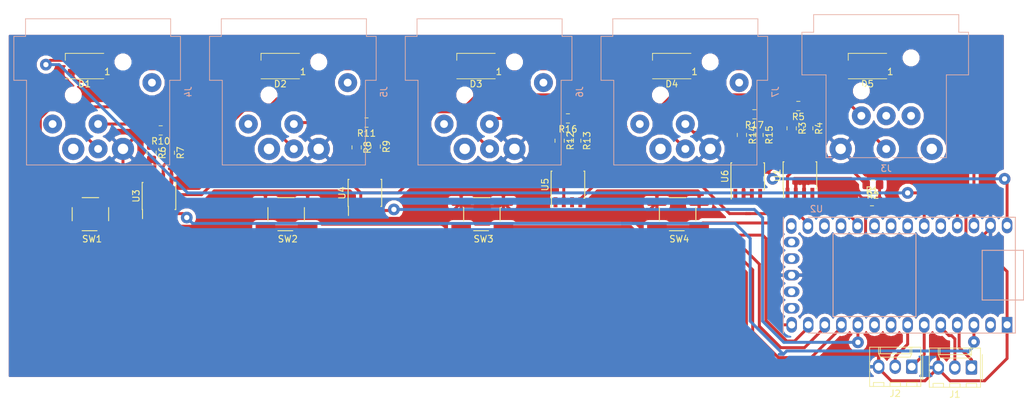
<source format=kicad_pcb>
(kicad_pcb (version 20171130) (host pcbnew "(5.0.1-3-g963ef8bb5)")
  (layers (0 F.Cu signal) (31 B.Cu signal) (34 B.Paste user) (35 F.Paste user) (36 B.SilkS user) (37 F.SilkS user) (38 B.Mask user) (39 F.Mask user) (44 Edge.Cuts user))
  (net 0 "")
  (net 1 /pix)
  (net 2 3V3)
  (net 3 GND)
  (net 4 "Net-(D1-Pad1)")
  (net 5 "Net-(D2-Pad1)")
  (net 6 "Net-(D3-Pad1)")
  (net 7 "Net-(D4-Pad1)")
  (net 8 "Net-(J1-Pad2)")
  (net 9 "Net-(J1-Pad1)")
  (net 10 "Net-(J2-Pad1)")
  (net 11 "Net-(J2-Pad2)")
  (net 12 "Net-(J3-Pad2)")
  (net 13 "Net-(J3-Pad3)")
  (net 14 "Net-(J4-Pad3)")
  (net 15 "Net-(J4-Pad2)")
  (net 16 "Net-(J5-Pad3)")
  (net 17 "Net-(J5-Pad2)")
  (net 18 "Net-(J6-Pad2)")
  (net 19 "Net-(J6-Pad3)")
  (net 20 "Net-(J7-Pad2)")
  (net 21 "Net-(J7-Pad3)")
  (net 22 /dmx_in)
  (net 23 "Net-(R2-Pad2)")
  (net 24 "Net-(R3-Pad2)")
  (net 25 "Net-(R4-Pad2)")
  (net 26 "Net-(R6-Pad2)")
  (net 27 "Net-(R7-Pad2)")
  (net 28 "Net-(R8-Pad2)")
  (net 29 "Net-(R9-Pad2)")
  (net 30 "Net-(R12-Pad2)")
  (net 31 "Net-(R13-Pad2)")
  (net 32 "Net-(R14-Pad2)")
  (net 33 "Net-(R15-Pad2)")
  (net 34 "Net-(SW1-Pad2)")
  (net 35 "Net-(SW2-Pad2)")
  (net 36 "Net-(SW3-Pad2)")
  (net 37 "Net-(SW4-Pad2)")
  (net 38 5V)
  (net 39 /dmx_out_3)
  (net 40 /dmx_out_4)
  (net 41 /dmx_out_2)
  (net 42 /dmx_out_1)
  (module LED_SMD:LED_SK6812MINI_PLCC4_3.5x3.5mm_P1.75mm (layer F.Cu) (at 89.111 52.286 180)
    (fp_text reference D1 (at 0 -2.75 180) (layer F.SilkS))
    (fp_text value SK6812MINI)
    (fp_text user 1 (at -3.5 -0.875 180) (layer F.SilkS))
    (pad 3 smd rect (at 1.75 0.875 180) (size 1.6 0.85) (layers F.Cu F.Paste F.Mask) (net 1 /pix))
    (pad 4 smd rect (at 1.75 -0.875 180) (size 1.6 0.85) (layers F.Cu F.Paste F.Mask) (net 2 3V3))
    (pad 2 smd rect (at -1.75 0.875 180) (size 1.6 0.85) (layers F.Cu F.Paste F.Mask) (net 3 GND))
    (pad 1 smd rect (at -1.75 -0.875 180) (size 1.6 0.85) (layers F.Cu F.Paste F.Mask) (net 4 "Net-(D1-Pad1)"))
  )
  (module LED_SMD:LED_SK6812MINI_PLCC4_3.5x3.5mm_P1.75mm (layer F.Cu) (at 119.111 52.286 180)
    (fp_text reference D2 (at 0 -2.75 180) (layer F.SilkS))
    (fp_text value SK6812MINI)
    (fp_text user 1 (at -3.5 -0.875 180) (layer F.SilkS))
    (pad 1 smd rect (at -1.75 -0.875 180) (size 1.6 0.85) (layers F.Cu F.Paste F.Mask) (net 5 "Net-(D2-Pad1)"))
    (pad 2 smd rect (at -1.75 0.875 180) (size 1.6 0.85) (layers F.Cu F.Paste F.Mask) (net 3 GND))
    (pad 4 smd rect (at 1.75 -0.875 180) (size 1.6 0.85) (layers F.Cu F.Paste F.Mask) (net 2 3V3))
    (pad 3 smd rect (at 1.75 0.875 180) (size 1.6 0.85) (layers F.Cu F.Paste F.Mask) (net 4 "Net-(D1-Pad1)"))
  )
  (module LED_SMD:LED_SK6812MINI_PLCC4_3.5x3.5mm_P1.75mm (layer F.Cu) (at 149.111 52.286 180)
    (fp_text reference D3 (at 0 -2.75 180) (layer F.SilkS))
    (fp_text value SK6812MINI)
    (fp_text user 1 (at -3.5 -0.875 180) (layer F.SilkS))
    (pad 3 smd rect (at 1.75 0.875 180) (size 1.6 0.85) (layers F.Cu F.Paste F.Mask) (net 5 "Net-(D2-Pad1)"))
    (pad 4 smd rect (at 1.75 -0.875 180) (size 1.6 0.85) (layers F.Cu F.Paste F.Mask) (net 2 3V3))
    (pad 2 smd rect (at -1.75 0.875 180) (size 1.6 0.85) (layers F.Cu F.Paste F.Mask) (net 3 GND))
    (pad 1 smd rect (at -1.75 -0.875 180) (size 1.6 0.85) (layers F.Cu F.Paste F.Mask) (net 6 "Net-(D3-Pad1)"))
  )
  (module LED_SMD:LED_SK6812MINI_PLCC4_3.5x3.5mm_P1.75mm (layer F.Cu) (at 179.111 52.286 180)
    (fp_text reference D4 (at 0 -2.75 180) (layer F.SilkS))
    (fp_text value SK6812MINI)
    (fp_text user 1 (at -3.5 -0.875 180) (layer F.SilkS))
    (pad 1 smd rect (at -1.75 -0.875 180) (size 1.6 0.85) (layers F.Cu F.Paste F.Mask) (net 7 "Net-(D4-Pad1)"))
    (pad 2 smd rect (at -1.75 0.875 180) (size 1.6 0.85) (layers F.Cu F.Paste F.Mask) (net 3 GND))
    (pad 4 smd rect (at 1.75 -0.875 180) (size 1.6 0.85) (layers F.Cu F.Paste F.Mask) (net 2 3V3))
    (pad 3 smd rect (at 1.75 0.875 180) (size 1.6 0.85) (layers F.Cu F.Paste F.Mask) (net 6 "Net-(D3-Pad1)"))
  )
  (module LED_SMD:LED_SK6812MINI_PLCC4_3.5x3.5mm_P1.75mm (layer F.Cu) (at 209.111 52.286 180)
    (fp_text reference D5 (at 0 -2.75 180) (layer F.SilkS))
    (fp_text value SK6812MINI)
    (fp_text user 1 (at -3.5 -0.875 180) (layer F.SilkS))
    (pad 3 smd rect (at 1.75 0.875 180) (size 1.6 0.85) (layers F.Cu F.Paste F.Mask) (net 7 "Net-(D4-Pad1)"))
    (pad 4 smd rect (at 1.75 -0.875 180) (size 1.6 0.85) (layers F.Cu F.Paste F.Mask) (net 2 3V3))
    (pad 2 smd rect (at -1.75 0.875 180) (size 1.6 0.85) (layers F.Cu F.Paste F.Mask) (net 3 GND))
    (pad 1 smd rect (at -1.75 -0.875 180) (size 1.6 0.85) (layers F.Cu F.Paste F.Mask))
  )
  (module synkie_footprints:Molex_KK-254_AE-6410-03A_1x03_P2.54mm_Vertical (layer F.Cu) (at 225.044 98.552 180)
    (fp_text reference J1 (at 2.54 -4.12 180) (layer F.SilkS))
    (fp_text value Conn_01x03_Male)
    (pad 3 thru_hole oval (at 5.08 0 180) (size 1.74 2.2) (drill 1.2) (layers *.Cu *.Mask) (net 3 GND))
    (pad 2 thru_hole oval (at 2.54 0 180) (size 1.74 2.2) (drill 1.2) (layers *.Cu *.Mask) (net 8 "Net-(J1-Pad2)"))
    (pad 1 thru_hole roundrect (at 0 0 180) (size 1.74 2.2) (drill 1.2) (layers *.Cu *.Mask) (roundrect_rratio 0.143678) (net 9 "Net-(J1-Pad1)"))
  )
  (module synkie_footprints:Molex_KK-254_AE-6410-03A_1x03_P2.54mm_Vertical (layer F.Cu) (at 215.9 98.425 180)
    (fp_text reference J2 (at 2.54 -4.12 180) (layer F.SilkS))
    (fp_text value Conn_01x03_Male)
    (pad 1 thru_hole roundrect (at 0 0 180) (size 1.74 2.2) (drill 1.2) (layers *.Cu *.Mask) (roundrect_rratio 0.143678) (net 10 "Net-(J2-Pad1)"))
    (pad 2 thru_hole oval (at 2.54 0 180) (size 1.74 2.2) (drill 1.2) (layers *.Cu *.Mask) (net 11 "Net-(J2-Pad2)"))
    (pad 3 thru_hole oval (at 5.08 0 180) (size 1.74 2.2) (drill 1.2) (layers *.Cu *.Mask) (net 3 GND))
  )
  (module Connector_Audio:Jack_XLR_Neutrik_NC5MAH_Horizontal (layer B.Cu) (at 205 65)
    (fp_text reference J3 (at 6.98 3) (layer B.SilkS) (effects (justify mirror)))
    (fp_text value XLR5)
    (pad 4 thru_hole circle (at 10.79 -5.08) (size 2.9 2.9) (drill 1.2) (layers *.Cu *.Mask))
    (pad 5 thru_hole circle (at 13.96 0) (size 3.4 3.4) (drill 1.6) (layers *.Cu *.Mask))
    (pad 1 thru_hole circle (at 0 0) (size 3.4 3.4) (drill 1.6) (layers *.Cu *.Mask) (net 3 GND))
    (pad "" np_thru_hole circle (at 10.79 -13.97) (size 1.6 1.6) (drill 1.6) (layers *.Cu *.Mask))
    (pad "" np_thru_hole circle (at 3.17 -8.89) (size 1.6 1.6) (drill 1.6) (layers *.Cu *.Mask))
    (pad 2 thru_hole circle (at 3.17 -5.08) (size 2.9 2.9) (drill 1.2) (layers *.Cu *.Mask) (net 12 "Net-(J3-Pad2)"))
    (pad G thru_hole circle (at 6.98 -5.08) (size 2.9 2.9) (drill 1.2) (layers *.Cu *.Mask))
    (pad 3 thru_hole circle (at 6.98 0) (size 2.9 2.9) (drill 1.2) (layers *.Cu *.Mask) (net 13 "Net-(J3-Pad3)"))
  )
  (module Connector_Audio:Jack_XLR_Neutrik_NC5FAH_Horizontal (layer B.Cu) (at 95 65 90)
    (fp_text reference J4 (at 8.75 10 90) (layer B.SilkS) (effects (justify mirror)))
    (fp_text value XLR5)
    (pad 3 thru_hole circle (at 0 -3.81 90) (size 2.9 2.9) (drill 1.2) (layers *.Cu *.Mask) (net 14 "Net-(J4-Pad3)"))
    (pad G thru_hole circle (at 10.17 4.44 90) (size 2.9 2.9) (drill 1.2) (layers *.Cu *.Mask))
    (pad 5 thru_hole circle (at 0 -7.62 90) (size 3.4 3.4) (drill 1.6) (layers *.Cu *.Mask))
    (pad "" np_thru_hole circle (at 8.26 -7.62 90) (size 1.6 1.6) (drill 1.6) (layers *.Cu *.Mask))
    (pad "" np_thru_hole circle (at 13.34 0 90) (size 1.6 1.6) (drill 1.6) (layers *.Cu *.Mask))
    (pad 4 thru_hole circle (at 3.815 -10.79 90) (size 2.9 2.9) (drill 1.2) (layers *.Cu *.Mask))
    (pad 2 thru_hole circle (at 3.815 -3.81 90) (size 2.9 2.9) (drill 1.2) (layers *.Cu *.Mask) (net 15 "Net-(J4-Pad2)"))
    (pad 1 thru_hole circle (at 0 0 90) (size 3.4 3.4) (drill 1.6) (layers *.Cu *.Mask) (net 3 GND))
  )
  (module Connector_Audio:Jack_XLR_Neutrik_NC5FAH_Horizontal (layer B.Cu) (at 125 65 90)
    (fp_text reference J5 (at 8.75 10 90) (layer B.SilkS) (effects (justify mirror)))
    (fp_text value XLR5)
    (pad 3 thru_hole circle (at 0 -3.81 90) (size 2.9 2.9) (drill 1.2) (layers *.Cu *.Mask) (net 16 "Net-(J5-Pad3)"))
    (pad G thru_hole circle (at 10.17 4.44 90) (size 2.9 2.9) (drill 1.2) (layers *.Cu *.Mask))
    (pad 5 thru_hole circle (at 0 -7.62 90) (size 3.4 3.4) (drill 1.6) (layers *.Cu *.Mask))
    (pad "" np_thru_hole circle (at 8.26 -7.62 90) (size 1.6 1.6) (drill 1.6) (layers *.Cu *.Mask))
    (pad "" np_thru_hole circle (at 13.34 0 90) (size 1.6 1.6) (drill 1.6) (layers *.Cu *.Mask))
    (pad 4 thru_hole circle (at 3.815 -10.79 90) (size 2.9 2.9) (drill 1.2) (layers *.Cu *.Mask))
    (pad 2 thru_hole circle (at 3.815 -3.81 90) (size 2.9 2.9) (drill 1.2) (layers *.Cu *.Mask) (net 17 "Net-(J5-Pad2)"))
    (pad 1 thru_hole circle (at 0 0 90) (size 3.4 3.4) (drill 1.6) (layers *.Cu *.Mask) (net 3 GND))
  )
  (module Connector_Audio:Jack_XLR_Neutrik_NC5FAH_Horizontal (layer B.Cu) (at 155 65 90)
    (fp_text reference J6 (at 8.75 10 90) (layer B.SilkS) (effects (justify mirror)))
    (fp_text value XLR5)
    (pad 1 thru_hole circle (at 0 0 90) (size 3.4 3.4) (drill 1.6) (layers *.Cu *.Mask) (net 3 GND))
    (pad 2 thru_hole circle (at 3.815 -3.81 90) (size 2.9 2.9) (drill 1.2) (layers *.Cu *.Mask) (net 18 "Net-(J6-Pad2)"))
    (pad 4 thru_hole circle (at 3.815 -10.79 90) (size 2.9 2.9) (drill 1.2) (layers *.Cu *.Mask))
    (pad "" np_thru_hole circle (at 13.34 0 90) (size 1.6 1.6) (drill 1.6) (layers *.Cu *.Mask))
    (pad "" np_thru_hole circle (at 8.26 -7.62 90) (size 1.6 1.6) (drill 1.6) (layers *.Cu *.Mask))
    (pad 5 thru_hole circle (at 0 -7.62 90) (size 3.4 3.4) (drill 1.6) (layers *.Cu *.Mask))
    (pad G thru_hole circle (at 10.17 4.44 90) (size 2.9 2.9) (drill 1.2) (layers *.Cu *.Mask))
    (pad 3 thru_hole circle (at 0 -3.81 90) (size 2.9 2.9) (drill 1.2) (layers *.Cu *.Mask) (net 19 "Net-(J6-Pad3)"))
  )
  (module Connector_Audio:Jack_XLR_Neutrik_NC5FAH_Horizontal (layer B.Cu) (at 185 65 90)
    (fp_text reference J7 (at 8.75 10 90) (layer B.SilkS) (effects (justify mirror)))
    (fp_text value XLR5)
    (pad 1 thru_hole circle (at 0 0 90) (size 3.4 3.4) (drill 1.6) (layers *.Cu *.Mask) (net 3 GND))
    (pad 2 thru_hole circle (at 3.815 -3.81 90) (size 2.9 2.9) (drill 1.2) (layers *.Cu *.Mask) (net 20 "Net-(J7-Pad2)"))
    (pad 4 thru_hole circle (at 3.815 -10.79 90) (size 2.9 2.9) (drill 1.2) (layers *.Cu *.Mask))
    (pad "" np_thru_hole circle (at 13.34 0 90) (size 1.6 1.6) (drill 1.6) (layers *.Cu *.Mask))
    (pad "" np_thru_hole circle (at 8.26 -7.62 90) (size 1.6 1.6) (drill 1.6) (layers *.Cu *.Mask))
    (pad 5 thru_hole circle (at 0 -7.62 90) (size 3.4 3.4) (drill 1.6) (layers *.Cu *.Mask))
    (pad G thru_hole circle (at 10.17 4.44 90) (size 2.9 2.9) (drill 1.2) (layers *.Cu *.Mask))
    (pad 3 thru_hole circle (at 0 -3.81 90) (size 2.9 2.9) (drill 1.2) (layers *.Cu *.Mask) (net 21 "Net-(J7-Pad3)"))
  )
  (module Resistor_SMD:R_0805_2012Metric_Pad1.15x1.40mm_HandSolder (layer F.Cu) (at 209.795 73.025)
    (fp_text reference R1 (at 0 -1.65) (layer F.SilkS))
    (fp_text value 22)
    (pad 1 smd roundrect (at -1.025 0) (size 1.15 1.4) (layers F.Cu F.Paste F.Mask) (roundrect_rratio 0.217391) (net 3 GND))
    (pad 2 smd roundrect (at 1.025 0) (size 1.15 1.4) (layers F.Cu F.Paste F.Mask) (roundrect_rratio 0.217391) (net 22 /dmx_in))
  )
  (module Resistor_SMD:R_0805_2012Metric_Pad1.15x1.40mm_HandSolder (layer F.Cu) (at 209.94 70.485 180)
    (fp_text reference R2 (at 0 -1.65 180) (layer F.SilkS))
    (fp_text value 22)
    (pad 2 smd roundrect (at 1.025 0 180) (size 1.15 1.4) (layers F.Cu F.Paste F.Mask) (roundrect_rratio 0.217391) (net 23 "Net-(R2-Pad2)"))
    (pad 1 smd roundrect (at -1.025 0 180) (size 1.15 1.4) (layers F.Cu F.Paste F.Mask) (roundrect_rratio 0.217391) (net 22 /dmx_in))
  )
  (module Resistor_SMD:R_0805_2012Metric_Pad1.15x1.40mm_HandSolder (layer F.Cu) (at 197.485 61.84 270)
    (fp_text reference R3 (at 0 -1.65 270) (layer F.SilkS))
    (fp_text value 22)
    (pad 2 smd roundrect (at 1.025 0 270) (size 1.15 1.4) (layers F.Cu F.Paste F.Mask) (roundrect_rratio 0.217391) (net 24 "Net-(R3-Pad2)"))
    (pad 1 smd roundrect (at -1.025 0 270) (size 1.15 1.4) (layers F.Cu F.Paste F.Mask) (roundrect_rratio 0.217391) (net 12 "Net-(J3-Pad2)"))
  )
  (module Resistor_SMD:R_0805_2012Metric_Pad1.15x1.40mm_HandSolder (layer F.Cu) (at 200.025 61.84 270)
    (fp_text reference R4 (at 0 -1.65 270) (layer F.SilkS))
    (fp_text value 22)
    (pad 1 smd roundrect (at -1.025 0 270) (size 1.15 1.4) (layers F.Cu F.Paste F.Mask) (roundrect_rratio 0.217391) (net 13 "Net-(J3-Pad3)"))
    (pad 2 smd roundrect (at 1.025 0 270) (size 1.15 1.4) (layers F.Cu F.Paste F.Mask) (roundrect_rratio 0.217391) (net 25 "Net-(R4-Pad2)"))
  )
  (module Resistor_SMD:R_0805_2012Metric_Pad1.15x1.40mm_HandSolder (layer F.Cu) (at 198.51 58.42 180)
    (fp_text reference R5 (at 0 -1.65 180) (layer F.SilkS))
    (fp_text value 120)
    (pad 2 smd roundrect (at 1.025 0 180) (size 1.15 1.4) (layers F.Cu F.Paste F.Mask) (roundrect_rratio 0.217391) (net 12 "Net-(J3-Pad2)"))
    (pad 1 smd roundrect (at -1.025 0 180) (size 1.15 1.4) (layers F.Cu F.Paste F.Mask) (roundrect_rratio 0.217391) (net 13 "Net-(J3-Pad3)"))
  )
  (module Resistor_SMD:R_0805_2012Metric_Pad1.15x1.40mm_HandSolder (layer F.Cu) (at 99.377383 65.593888 270)
    (fp_text reference R6 (at 0 -1.65 270) (layer F.SilkS))
    (fp_text value 22)
    (pad 1 smd roundrect (at -1.025 0 270) (size 1.15 1.4) (layers F.Cu F.Paste F.Mask) (roundrect_rratio 0.217391) (net 15 "Net-(J4-Pad2)"))
    (pad 2 smd roundrect (at 1.025 0 270) (size 1.15 1.4) (layers F.Cu F.Paste F.Mask) (roundrect_rratio 0.217391) (net 26 "Net-(R6-Pad2)"))
  )
  (module Resistor_SMD:R_0805_2012Metric_Pad1.15x1.40mm_HandSolder (layer F.Cu) (at 102.171383 65.593888 270)
    (fp_text reference R7 (at 0 -1.65 270) (layer F.SilkS))
    (fp_text value 22)
    (pad 2 smd roundrect (at 1.025 0 270) (size 1.15 1.4) (layers F.Cu F.Paste F.Mask) (roundrect_rratio 0.217391) (net 27 "Net-(R7-Pad2)"))
    (pad 1 smd roundrect (at -1.025 0 270) (size 1.15 1.4) (layers F.Cu F.Paste F.Mask) (roundrect_rratio 0.217391) (net 14 "Net-(J4-Pad3)"))
  )
  (module Resistor_SMD:R_0805_2012Metric_Pad1.15x1.40mm_HandSolder (layer F.Cu) (at 130.81 64.77 270)
    (fp_text reference R8 (at 0 -1.65 270) (layer F.SilkS))
    (fp_text value 22)
    (pad 2 smd roundrect (at 1.025 0 270) (size 1.15 1.4) (layers F.Cu F.Paste F.Mask) (roundrect_rratio 0.217391) (net 28 "Net-(R8-Pad2)"))
    (pad 1 smd roundrect (at -1.025 0 270) (size 1.15 1.4) (layers F.Cu F.Paste F.Mask) (roundrect_rratio 0.217391) (net 17 "Net-(J5-Pad2)"))
  )
  (module Resistor_SMD:R_0805_2012Metric_Pad1.15x1.40mm_HandSolder (layer F.Cu) (at 133.731 64.643 270)
    (fp_text reference R9 (at 0 -1.65 270) (layer F.SilkS))
    (fp_text value 22)
    (pad 1 smd roundrect (at -1.025 0 270) (size 1.15 1.4) (layers F.Cu F.Paste F.Mask) (roundrect_rratio 0.217391) (net 16 "Net-(J5-Pad3)"))
    (pad 2 smd roundrect (at 1.025 0 270) (size 1.15 1.4) (layers F.Cu F.Paste F.Mask) (roundrect_rratio 0.217391) (net 29 "Net-(R9-Pad2)"))
  )
  (module Resistor_SMD:R_0805_2012Metric_Pad1.15x1.40mm_HandSolder (layer F.Cu) (at 100.783383 62.164888 180)
    (fp_text reference R10 (at 0 -1.65 180) (layer F.SilkS))
    (fp_text value 120)
    (pad 1 smd roundrect (at -1.025 0 180) (size 1.15 1.4) (layers F.Cu F.Paste F.Mask) (roundrect_rratio 0.217391) (net 14 "Net-(J4-Pad3)"))
    (pad 2 smd roundrect (at 1.025 0 180) (size 1.15 1.4) (layers F.Cu F.Paste F.Mask) (roundrect_rratio 0.217391) (net 15 "Net-(J4-Pad2)"))
  )
  (module Resistor_SMD:R_0805_2012Metric_Pad1.15x1.40mm_HandSolder (layer F.Cu) (at 132.325 60.96 180)
    (fp_text reference R11 (at 0 -1.65 180) (layer F.SilkS))
    (fp_text value 120)
    (pad 2 smd roundrect (at 1.025 0 180) (size 1.15 1.4) (layers F.Cu F.Paste F.Mask) (roundrect_rratio 0.217391) (net 17 "Net-(J5-Pad2)"))
    (pad 1 smd roundrect (at -1.025 0 180) (size 1.15 1.4) (layers F.Cu F.Paste F.Mask) (roundrect_rratio 0.217391) (net 16 "Net-(J5-Pad3)"))
  )
  (module Resistor_SMD:R_0805_2012Metric_Pad1.15x1.40mm_HandSolder (layer F.Cu) (at 161.925 63.745 270)
    (fp_text reference R12 (at 0 -1.65 270) (layer F.SilkS))
    (fp_text value 22)
    (pad 1 smd roundrect (at -1.025 0 270) (size 1.15 1.4) (layers F.Cu F.Paste F.Mask) (roundrect_rratio 0.217391) (net 18 "Net-(J6-Pad2)"))
    (pad 2 smd roundrect (at 1.025 0 270) (size 1.15 1.4) (layers F.Cu F.Paste F.Mask) (roundrect_rratio 0.217391) (net 30 "Net-(R12-Pad2)"))
  )
  (module Resistor_SMD:R_0805_2012Metric_Pad1.15x1.40mm_HandSolder (layer F.Cu) (at 164.465 63.745 270)
    (fp_text reference R13 (at 0 -1.65 270) (layer F.SilkS))
    (fp_text value 22)
    (pad 2 smd roundrect (at 1.025 0 270) (size 1.15 1.4) (layers F.Cu F.Paste F.Mask) (roundrect_rratio 0.217391) (net 31 "Net-(R13-Pad2)"))
    (pad 1 smd roundrect (at -1.025 0 270) (size 1.15 1.4) (layers F.Cu F.Paste F.Mask) (roundrect_rratio 0.217391) (net 19 "Net-(J6-Pad3)"))
  )
  (module Resistor_SMD:R_0805_2012Metric_Pad1.15x1.40mm_HandSolder (layer F.Cu) (at 189.865 62.865 270)
    (fp_text reference R14 (at 0 -1.65 270) (layer F.SilkS))
    (fp_text value 22)
    (pad 1 smd roundrect (at -1.025 0 270) (size 1.15 1.4) (layers F.Cu F.Paste F.Mask) (roundrect_rratio 0.217391) (net 20 "Net-(J7-Pad2)"))
    (pad 2 smd roundrect (at 1.025 0 270) (size 1.15 1.4) (layers F.Cu F.Paste F.Mask) (roundrect_rratio 0.217391) (net 32 "Net-(R14-Pad2)"))
  )
  (module Resistor_SMD:R_0805_2012Metric_Pad1.15x1.40mm_HandSolder (layer F.Cu) (at 192.405 62.865 270)
    (fp_text reference R15 (at 0 -1.65 270) (layer F.SilkS))
    (fp_text value 22)
    (pad 2 smd roundrect (at 1.025 0 270) (size 1.15 1.4) (layers F.Cu F.Paste F.Mask) (roundrect_rratio 0.217391) (net 33 "Net-(R15-Pad2)"))
    (pad 1 smd roundrect (at -1.025 0 270) (size 1.15 1.4) (layers F.Cu F.Paste F.Mask) (roundrect_rratio 0.217391) (net 21 "Net-(J7-Pad3)"))
  )
  (module Resistor_SMD:R_0805_2012Metric_Pad1.15x1.40mm_HandSolder (layer F.Cu) (at 163.195 60.325 180)
    (fp_text reference R16 (at 0 -1.65 180) (layer F.SilkS))
    (fp_text value 120)
    (pad 1 smd roundrect (at -1.025 0 180) (size 1.15 1.4) (layers F.Cu F.Paste F.Mask) (roundrect_rratio 0.217391) (net 19 "Net-(J6-Pad3)"))
    (pad 2 smd roundrect (at 1.025 0 180) (size 1.15 1.4) (layers F.Cu F.Paste F.Mask) (roundrect_rratio 0.217391) (net 18 "Net-(J6-Pad2)"))
  )
  (module Resistor_SMD:R_0805_2012Metric_Pad1.15x1.40mm_HandSolder (layer F.Cu) (at 191.77 59.69 180)
    (fp_text reference R17 (at 0 -1.65 180) (layer F.SilkS))
    (fp_text value 120)
    (pad 1 smd roundrect (at -1.025 0 180) (size 1.15 1.4) (layers F.Cu F.Paste F.Mask) (roundrect_rratio 0.217391) (net 21 "Net-(J7-Pad3)"))
    (pad 2 smd roundrect (at 1.025 0 180) (size 1.15 1.4) (layers F.Cu F.Paste F.Mask) (roundrect_rratio 0.217391) (net 20 "Net-(J7-Pad2)"))
  )
  (module synkie_footprints:Alps_Tactile_Switch (layer F.Cu) (at 90 75)
    (fp_text reference SW1 (at 0.264 3.828) (layer F.SilkS))
    (fp_text value SW_Push)
    (pad 2 smd roundrect (at 3.305 1.94) (size 3 1) (layers F.Cu F.Paste F.Mask) (net 34 "Net-(SW1-Pad2)"))
    (pad 2 smd roundrect (at -3.165 1.94) (size 3 1) (layers F.Cu F.Paste F.Mask) (net 34 "Net-(SW1-Pad2)"))
    (pad 1 smd roundrect (at 3.305 -1.76) (size 3 1) (layers F.Cu F.Paste F.Mask) (net 3 GND))
    (pad 1 smd roundrect (at -3.165 -1.76) (size 3 1) (layers F.Cu F.Paste F.Mask) (net 3 GND))
  )
  (module synkie_footprints:Alps_Tactile_Switch (layer F.Cu) (at 120 75)
    (fp_text reference SW2 (at 0.264 3.828) (layer F.SilkS))
    (fp_text value SW_Push)
    (pad 1 smd roundrect (at -3.165 -1.76) (size 3 1) (layers F.Cu F.Paste F.Mask) (net 3 GND))
    (pad 1 smd roundrect (at 3.305 -1.76) (size 3 1) (layers F.Cu F.Paste F.Mask) (net 3 GND))
    (pad 2 smd roundrect (at -3.165 1.94) (size 3 1) (layers F.Cu F.Paste F.Mask) (net 35 "Net-(SW2-Pad2)"))
    (pad 2 smd roundrect (at 3.305 1.94) (size 3 1) (layers F.Cu F.Paste F.Mask) (net 35 "Net-(SW2-Pad2)"))
  )
  (module synkie_footprints:Alps_Tactile_Switch (layer F.Cu) (at 150 75)
    (fp_text reference SW3 (at 0.264 3.828) (layer F.SilkS))
    (fp_text value SW_Push)
    (pad 2 smd roundrect (at 3.305 1.94) (size 3 1) (layers F.Cu F.Paste F.Mask) (net 36 "Net-(SW3-Pad2)"))
    (pad 2 smd roundrect (at -3.165 1.94) (size 3 1) (layers F.Cu F.Paste F.Mask) (net 36 "Net-(SW3-Pad2)"))
    (pad 1 smd roundrect (at 3.305 -1.76) (size 3 1) (layers F.Cu F.Paste F.Mask) (net 3 GND))
    (pad 1 smd roundrect (at -3.165 -1.76) (size 3 1) (layers F.Cu F.Paste F.Mask) (net 3 GND))
  )
  (module synkie_footprints:Alps_Tactile_Switch (layer F.Cu) (at 180 75)
    (fp_text reference SW4 (at 0.264 3.828) (layer F.SilkS))
    (fp_text value SW_Push)
    (pad 1 smd roundrect (at -3.165 -1.76) (size 3 1) (layers F.Cu F.Paste F.Mask) (net 3 GND))
    (pad 1 smd roundrect (at 3.305 -1.76) (size 3 1) (layers F.Cu F.Paste F.Mask) (net 3 GND))
    (pad 2 smd roundrect (at -3.165 1.94) (size 3 1) (layers F.Cu F.Paste F.Mask) (net 37 "Net-(SW4-Pad2)"))
    (pad 2 smd roundrect (at 3.305 1.94) (size 3 1) (layers F.Cu F.Paste F.Mask) (net 37 "Net-(SW4-Pad2)"))
  )
  (module synkie_footprints:SOIC-8_3.9x4.9mm_P1.27mm (layer F.Cu) (at 198.755 69.055 90)
    (fp_text reference U1 (at 0 -3.5 90) (layer F.SilkS))
    (fp_text value MAX485E)
    (pad 8 smd rect (at 2.7 -1.905 90) (size 1.55 0.6) (layers F.Cu F.Paste F.Mask) (net 38 5V))
    (pad 7 smd rect (at 2.7 -0.635 90) (size 1.55 0.6) (layers F.Cu F.Paste F.Mask) (net 24 "Net-(R3-Pad2)"))
    (pad 6 smd rect (at 2.7 0.635 90) (size 1.55 0.6) (layers F.Cu F.Paste F.Mask) (net 25 "Net-(R4-Pad2)"))
    (pad 5 smd rect (at 2.7 1.905 90) (size 1.55 0.6) (layers F.Cu F.Paste F.Mask) (net 3 GND))
    (pad 4 smd rect (at -2.7 1.905 90) (size 1.55 0.6) (layers F.Cu F.Paste F.Mask))
    (pad 3 smd rect (at -2.7 0.635 90) (size 1.55 0.6) (layers F.Cu F.Paste F.Mask) (net 3 GND))
    (pad 2 smd rect (at -2.7 -0.635 90) (size 1.55 0.6) (layers F.Cu F.Paste F.Mask) (net 3 GND))
    (pad 1 smd rect (at -2.7 -1.905 90) (size 1.55 0.6) (layers F.Cu F.Paste F.Mask) (net 23 "Net-(R2-Pad2)"))
  )
  (module synkie_footprints:Teensy32-light (layer B.Cu) (at 201.295 84.378165 180)
    (fp_text reference U2 (at 0 10.16 180) (layer B.SilkS) (effects (justify mirror)))
    (fp_text value Teensy4-light)
    (pad 17 thru_hole oval (at 3.81 0 90) (size 1.6 2.4) (drill 1.1) (layers *.Cu *.Mask) (net 3 GND))
    (pad 18 thru_hole oval (at 3.81 2.54 270) (size 1.6 2.4) (drill 1.1) (layers *.Cu *.Mask))
    (pad 19 thru_hole oval (at 3.81 5.08 270) (size 1.6 2.4) (drill 1.1) (layers *.Cu *.Mask))
    (pad 20 thru_hole oval (at 3.862028 7.543165) (size 1.6 2.4) (drill 1.1) (layers *.Cu *.Mask))
    (pad 16 thru_hole oval (at 3.81 -2.54 90) (size 1.6 2.4) (drill 1.1) (layers *.Cu *.Mask))
    (pad 15 thru_hole oval (at 3.81 -5.08 90) (size 1.6 2.4) (drill 1.1) (layers *.Cu *.Mask))
    (pad 14 thru_hole oval (at 3.81 -7.62) (size 1.6 2.4) (drill 1.1) (layers *.Cu *.Mask) (net 37 "Net-(SW4-Pad2)"))
    (pad 21 thru_hole oval (at 1.322028 7.543165) (size 1.6 2.4) (drill 1.1) (layers *.Cu *.Mask) (net 39 /dmx_out_3))
    (pad 22 thru_hole oval (at -1.217972 7.543165) (size 1.6 2.4) (drill 1.1) (layers *.Cu *.Mask))
    (pad 23 thru_hole oval (at -3.757972 7.543165) (size 1.6 2.4) (drill 1.1) (layers *.Cu *.Mask))
    (pad 24 thru_hole oval (at -6.297972 7.543165) (size 1.6 2.4) (drill 1.1) (layers *.Cu *.Mask) (net 40 /dmx_out_4))
    (pad 13 thru_hole oval (at 1.27 -7.62) (size 1.6 2.4) (drill 1.1) (layers *.Cu *.Mask) (net 36 "Net-(SW3-Pad2)"))
    (pad 12 thru_hole oval (at -1.27 -7.62 180) (size 1.6 2.4) (drill 1.1) (layers *.Cu *.Mask) (net 35 "Net-(SW2-Pad2)"))
    (pad 11 thru_hole oval (at -3.81 -7.62 180) (size 1.6 2.4) (drill 1.1) (layers *.Cu *.Mask) (net 34 "Net-(SW1-Pad2)"))
    (pad 10 thru_hole oval (at -6.35 -7.62 180) (size 1.6 2.4) (drill 1.1) (layers *.Cu *.Mask) (net 41 /dmx_out_2))
    (pad 9 thru_hole oval (at -8.89 -7.62 180) (size 1.6 2.4) (drill 1.1) (layers *.Cu *.Mask))
    (pad 8 thru_hole oval (at -11.43 -7.62 180) (size 1.6 2.4) (drill 1.1) (layers *.Cu *.Mask))
    (pad 7 thru_hole oval (at -13.97 -7.62 180) (size 1.6 2.4) (drill 1.1) (layers *.Cu *.Mask) (net 11 "Net-(J2-Pad2)"))
    (pad 6 thru_hole oval (at -16.51 -7.62 180) (size 1.6 2.4) (drill 1.1) (layers *.Cu *.Mask) (net 10 "Net-(J2-Pad1)"))
    (pad 5 thru_hole oval (at -19.05 -7.62 180) (size 1.6 2.4) (drill 1.1) (layers *.Cu *.Mask) (net 8 "Net-(J1-Pad2)"))
    (pad 4 thru_hole oval (at -21.59 -7.62 180) (size 1.6 2.4) (drill 1.1) (layers *.Cu *.Mask) (net 9 "Net-(J1-Pad1)"))
    (pad 3 thru_hole oval (at -24.13 -7.62 180) (size 1.6 2.4) (drill 1.1) (layers *.Cu *.Mask) (net 42 /dmx_out_1))
    (pad 2 thru_hole oval (at -26.67 -7.62 180) (size 1.6 2.4) (drill 1.1) (layers *.Cu *.Mask))
    (pad 1 thru_hole rect (at -29.21 -7.62 180) (size 1.6 2.4) (drill 1.1) (layers *.Cu *.Mask) (net 3 GND))
    (pad 25 thru_hole oval (at -8.89 7.543165) (size 1.6 2.4) (drill 1.1) (layers *.Cu *.Mask))
    (pad 26 thru_hole oval (at -11.43 7.543165) (size 1.6 2.4) (drill 1.1) (layers *.Cu *.Mask))
    (pad 27 thru_hole oval (at -13.97 7.543165) (size 1.6 2.4) (drill 1.1) (layers *.Cu *.Mask))
    (pad 28 thru_hole oval (at -16.51 7.543165) (size 1.6 2.4) (drill 1.1) (layers *.Cu *.Mask) (net 22 /dmx_in))
    (pad 29 thru_hole oval (at -19.05 7.543165) (size 1.6 2.4) (drill 1.1) (layers *.Cu *.Mask))
    (pad 30 thru_hole oval (at -21.59 7.62) (size 1.6 2.4) (drill 1.1) (layers *.Cu *.Mask) (net 1 /pix))
    (pad 31 thru_hole oval (at -24.13 7.62) (size 1.6 2.4) (drill 1.1) (layers *.Cu *.Mask) (net 2 3V3))
    (pad 32 thru_hole oval (at -26.67 7.62) (size 1.6 2.4) (drill 1.1) (layers *.Cu *.Mask) (net 3 GND))
    (pad 33 thru_hole oval (at -29.21 7.62) (size 1.6 2.4) (drill 1.1) (layers *.Cu *.Mask) (net 38 5V))
  )
  (module synkie_footprints:SOIC-8_3.9x4.9mm_P1.27mm (layer F.Cu) (at 100.520383 72.230888 90)
    (fp_text reference U3 (at 0 -3.5 90) (layer F.SilkS))
    (fp_text value MAX485E)
    (pad 1 smd rect (at -2.7 -1.905 90) (size 1.55 0.6) (layers F.Cu F.Paste F.Mask))
    (pad 2 smd rect (at -2.7 -0.635 90) (size 1.55 0.6) (layers F.Cu F.Paste F.Mask) (net 38 5V))
    (pad 3 smd rect (at -2.7 0.635 90) (size 1.55 0.6) (layers F.Cu F.Paste F.Mask) (net 38 5V))
    (pad 4 smd rect (at -2.7 1.905 90) (size 1.55 0.6) (layers F.Cu F.Paste F.Mask) (net 42 /dmx_out_1))
    (pad 5 smd rect (at 2.7 1.905 90) (size 1.55 0.6) (layers F.Cu F.Paste F.Mask) (net 3 GND))
    (pad 6 smd rect (at 2.7 0.635 90) (size 1.55 0.6) (layers F.Cu F.Paste F.Mask) (net 27 "Net-(R7-Pad2)"))
    (pad 7 smd rect (at 2.7 -0.635 90) (size 1.55 0.6) (layers F.Cu F.Paste F.Mask) (net 26 "Net-(R6-Pad2)"))
    (pad 8 smd rect (at 2.7 -1.905 90) (size 1.55 0.6) (layers F.Cu F.Paste F.Mask) (net 38 5V))
  )
  (module synkie_footprints:SOIC-8_3.9x4.9mm_P1.27mm (layer F.Cu) (at 132.08 71.755 90)
    (fp_text reference U4 (at 0 -3.5 90) (layer F.SilkS))
    (fp_text value MAX485E)
    (pad 1 smd rect (at -2.7 -1.905 90) (size 1.55 0.6) (layers F.Cu F.Paste F.Mask))
    (pad 2 smd rect (at -2.7 -0.635 90) (size 1.55 0.6) (layers F.Cu F.Paste F.Mask) (net 38 5V))
    (pad 3 smd rect (at -2.7 0.635 90) (size 1.55 0.6) (layers F.Cu F.Paste F.Mask) (net 38 5V))
    (pad 4 smd rect (at -2.7 1.905 90) (size 1.55 0.6) (layers F.Cu F.Paste F.Mask) (net 41 /dmx_out_2))
    (pad 5 smd rect (at 2.7 1.905 90) (size 1.55 0.6) (layers F.Cu F.Paste F.Mask) (net 3 GND))
    (pad 6 smd rect (at 2.7 0.635 90) (size 1.55 0.6) (layers F.Cu F.Paste F.Mask) (net 29 "Net-(R9-Pad2)"))
    (pad 7 smd rect (at 2.7 -0.635 90) (size 1.55 0.6) (layers F.Cu F.Paste F.Mask) (net 28 "Net-(R8-Pad2)"))
    (pad 8 smd rect (at 2.7 -1.905 90) (size 1.55 0.6) (layers F.Cu F.Paste F.Mask) (net 38 5V))
  )
  (module synkie_footprints:SOIC-8_3.9x4.9mm_P1.27mm (layer F.Cu) (at 163.195 70.485 90)
    (fp_text reference U5 (at 0 -3.5 90) (layer F.SilkS))
    (fp_text value MAX485E)
    (pad 8 smd rect (at 2.7 -1.905 90) (size 1.55 0.6) (layers F.Cu F.Paste F.Mask) (net 38 5V))
    (pad 7 smd rect (at 2.7 -0.635 90) (size 1.55 0.6) (layers F.Cu F.Paste F.Mask) (net 30 "Net-(R12-Pad2)"))
    (pad 6 smd rect (at 2.7 0.635 90) (size 1.55 0.6) (layers F.Cu F.Paste F.Mask) (net 31 "Net-(R13-Pad2)"))
    (pad 5 smd rect (at 2.7 1.905 90) (size 1.55 0.6) (layers F.Cu F.Paste F.Mask) (net 3 GND))
    (pad 4 smd rect (at -2.7 1.905 90) (size 1.55 0.6) (layers F.Cu F.Paste F.Mask) (net 39 /dmx_out_3))
    (pad 3 smd rect (at -2.7 0.635 90) (size 1.55 0.6) (layers F.Cu F.Paste F.Mask) (net 38 5V))
    (pad 2 smd rect (at -2.7 -0.635 90) (size 1.55 0.6) (layers F.Cu F.Paste F.Mask) (net 38 5V))
    (pad 1 smd rect (at -2.7 -1.905 90) (size 1.55 0.6) (layers F.Cu F.Paste F.Mask))
  )
  (module synkie_footprints:SOIC-8_3.9x4.9mm_P1.27mm (layer F.Cu) (at 190.754 69.215 90)
    (fp_text reference U6 (at 0 -3.5 90) (layer F.SilkS))
    (fp_text value MAX485E)
    (pad 1 smd rect (at -2.7 -1.905 90) (size 1.55 0.6) (layers F.Cu F.Paste F.Mask))
    (pad 2 smd rect (at -2.7 -0.635 90) (size 1.55 0.6) (layers F.Cu F.Paste F.Mask) (net 38 5V))
    (pad 3 smd rect (at -2.7 0.635 90) (size 1.55 0.6) (layers F.Cu F.Paste F.Mask) (net 38 5V))
    (pad 4 smd rect (at -2.7 1.905 90) (size 1.55 0.6) (layers F.Cu F.Paste F.Mask) (net 40 /dmx_out_4))
    (pad 5 smd rect (at 2.7 1.905 90) (size 1.55 0.6) (layers F.Cu F.Paste F.Mask) (net 3 GND))
    (pad 6 smd rect (at 2.7 0.635 90) (size 1.55 0.6) (layers F.Cu F.Paste F.Mask) (net 33 "Net-(R15-Pad2)"))
    (pad 7 smd rect (at 2.7 -0.635 90) (size 1.55 0.6) (layers F.Cu F.Paste F.Mask) (net 32 "Net-(R14-Pad2)"))
    (pad 8 smd rect (at 2.7 -1.905 90) (size 1.55 0.6) (layers F.Cu F.Paste F.Mask) (net 38 5V))
  )
  (via (at 83.185 52.07) (size 1.8) (drill 0.8) (layers F.Cu B.Cu) (net 1))
  (segment (start 83.844 51.411) (end 83.185 52.07) (width 0.45) (layer F.Cu) (net 1))
  (segment (start 87.361 51.411) (end 83.844 51.411) (width 0.45) (layer F.Cu) (net 1))
  (segment (start 104.900002 71.755) (end 215.265 71.755) (width 0.45) (layer B.Cu) (net 1))
  (segment (start 85.215002 52.07) (end 104.900002 71.755) (width 0.45) (layer B.Cu) (net 1))
  (via (at 215.265 71.755) (size 1.8) (drill 0.8) (layers F.Cu B.Cu) (net 1))
  (segment (start 83.185 52.07) (end 85.215002 52.07) (width 0.45) (layer B.Cu) (net 1))
  (segment (start 215.265 71.755) (end 220.345 71.755) (width 0.45) (layer F.Cu) (net 1))
  (segment (start 222.885 74.295) (end 222.885 76.758165) (width 0.45) (layer F.Cu) (net 1))
  (segment (start 220.345 71.755) (end 222.885 74.295) (width 0.45) (layer F.Cu) (net 1))
  (segment (start 177.292 54.105) (end 177.292 54.737) (width 0.45) (layer F.Cu) (net 2))
  (segment (start 177.361 54.036) (end 177.292 54.105) (width 0.45) (layer F.Cu) (net 2))
  (segment (start 177.361 53.161) (end 177.361 54.036) (width 0.45) (layer F.Cu) (net 2))
  (segment (start 117.361 53.161) (end 117.361 54.47) (width 0.45) (layer F.Cu) (net 2))
  (segment (start 118.605 54.47) (end 118.872 54.737) (width 0.45) (layer F.Cu) (net 2))
  (segment (start 117.361 54.47) (end 118.605 54.47) (width 0.45) (layer F.Cu) (net 2))
  (segment (start 147.361 54.036) (end 147.32 54.077) (width 0.45) (layer F.Cu) (net 2))
  (segment (start 147.361 53.161) (end 147.361 54.036) (width 0.45) (layer F.Cu) (net 2))
  (segment (start 147.361 54.823) (end 147.193 54.991) (width 0.45) (layer F.Cu) (net 2))
  (segment (start 147.361 53.161) (end 147.361 54.823) (width 0.45) (layer F.Cu) (net 2))
  (segment (start 206.53 52.705) (end 206.986 53.161) (width 0.45) (layer F.Cu) (net 2))
  (segment (start 187.96 52.705) (end 206.53 52.705) (width 0.45) (layer F.Cu) (net 2))
  (segment (start 206.986 53.161) (end 207.361 53.161) (width 0.45) (layer F.Cu) (net 2))
  (segment (start 185.928 54.737) (end 187.96 52.705) (width 0.45) (layer F.Cu) (net 2))
  (segment (start 177.292 54.737) (end 185.928 54.737) (width 0.45) (layer F.Cu) (net 2))
  (segment (start 141.541999 54.991) (end 147.193 54.991) (width 0.45) (layer F.Cu) (net 2))
  (segment (start 143.256 56.705001) (end 141.541999 54.991) (width 0.45) (layer F.Cu) (net 2))
  (segment (start 143.478499 56.482501) (end 143.700999 56.705001) (width 0.45) (layer F.Cu) (net 2))
  (segment (start 143.256 56.705001) (end 143.478499 56.482501) (width 0.45) (layer F.Cu) (net 2))
  (segment (start 127.635 52.705) (end 139.255999 52.705) (width 0.45) (layer F.Cu) (net 2))
  (segment (start 125.603 54.737) (end 127.635 52.705) (width 0.45) (layer F.Cu) (net 2))
  (segment (start 139.255999 52.705) (end 143.256 56.705001) (width 0.45) (layer F.Cu) (net 2))
  (segment (start 118.872 54.737) (end 125.603 54.737) (width 0.45) (layer F.Cu) (net 2))
  (segment (start 175.133 54.737) (end 177.292 54.737) (width 0.45) (layer F.Cu) (net 2))
  (segment (start 158.115 52.705) (end 173.101 52.705) (width 0.45) (layer F.Cu) (net 2))
  (segment (start 155.829 54.991) (end 158.115 52.705) (width 0.45) (layer F.Cu) (net 2))
  (segment (start 173.101 52.705) (end 175.133 54.737) (width 0.45) (layer F.Cu) (net 2))
  (segment (start 147.193 54.991) (end 155.829 54.991) (width 0.45) (layer F.Cu) (net 2))
  (segment (start 113.919 52.705) (end 115.951 54.737) (width 0.45) (layer F.Cu) (net 2))
  (segment (start 95.885 54.61) (end 97.79 52.705) (width 0.45) (layer F.Cu) (net 2))
  (segment (start 87.935 54.61) (end 95.885 54.61) (width 0.45) (layer F.Cu) (net 2))
  (segment (start 87.361 53.161) (end 87.361 54.036) (width 0.45) (layer F.Cu) (net 2))
  (segment (start 87.361 54.036) (end 87.935 54.61) (width 0.45) (layer F.Cu) (net 2))
  (segment (start 115.951 54.737) (end 118.872 54.737) (width 0.45) (layer F.Cu) (net 2))
  (segment (start 97.79 52.705) (end 113.919 52.705) (width 0.45) (layer F.Cu) (net 2))
  (segment (start 225.425 64.77) (end 225.425 75.108165) (width 0.45) (layer F.Cu) (net 2))
  (segment (start 212.6 57.15) (end 217.805 57.15) (width 0.45) (layer F.Cu) (net 2))
  (segment (start 209.064 54.864) (end 210.314 54.864) (width 0.45) (layer F.Cu) (net 2))
  (segment (start 217.805 57.15) (end 225.425 64.77) (width 0.45) (layer F.Cu) (net 2))
  (segment (start 225.425 75.108165) (end 225.425 76.758165) (width 0.45) (layer F.Cu) (net 2))
  (segment (start 210.314 54.864) (end 212.6 57.15) (width 0.45) (layer F.Cu) (net 2))
  (segment (start 207.361 53.161) (end 209.064 54.864) (width 0.45) (layer F.Cu) (net 2))
  (segment (start 90.861 50.536) (end 90.805 50.48) (width 0.45) (layer F.Cu) (net 3))
  (segment (start 90.861 51.411) (end 90.861 50.536) (width 0.45) (layer F.Cu) (net 3))
  (segment (start 210.861 51.095) (end 210.861 51.411) (width 0.45) (layer F.Cu) (net 3))
  (segment (start 209.596 49.83) (end 210.861 51.095) (width 0.45) (layer F.Cu) (net 3))
  (segment (start 150.861 49.845) (end 150.876 49.83) (width 0.45) (layer F.Cu) (net 3))
  (segment (start 150.861 51.411) (end 150.861 49.845) (width 0.45) (layer F.Cu) (net 3))
  (segment (start 120.861 51.411) (end 120.861 50.536) (width 0.45) (layer F.Cu) (net 3))
  (segment (start 121.031 49.83) (end 150.876 49.83) (width 0.45) (layer F.Cu) (net 3))
  (segment (start 121.031 50.366) (end 121.031 49.83) (width 0.45) (layer F.Cu) (net 3))
  (segment (start 120.861 50.536) (end 121.031 50.366) (width 0.45) (layer F.Cu) (net 3))
  (segment (start 90.861 50.536) (end 91.612011 49.784989) (width 0.45) (layer F.Cu) (net 3))
  (segment (start 95.902256 49.83) (end 121.031 49.83) (width 0.45) (layer F.Cu) (net 3))
  (segment (start 95.857245 49.784989) (end 95.902256 49.83) (width 0.45) (layer F.Cu) (net 3))
  (segment (start 91.612011 49.784989) (end 95.857245 49.784989) (width 0.45) (layer F.Cu) (net 3))
  (segment (start 199.39 71.755) (end 198.12 71.755) (width 0.45) (layer F.Cu) (net 3))
  (segment (start 183.305 73.24) (end 176.835 73.24) (width 0.45) (layer F.Cu) (net 3))
  (segment (start 153.87571 73.81071) (end 153.305 73.24) (width 0.45) (layer F.Cu) (net 3))
  (segment (start 154.450001 74.385001) (end 153.87571 73.81071) (width 0.45) (layer F.Cu) (net 3))
  (segment (start 175.689999 74.385001) (end 154.450001 74.385001) (width 0.45) (layer F.Cu) (net 3))
  (segment (start 176.835 73.24) (end 175.689999 74.385001) (width 0.45) (layer F.Cu) (net 3))
  (segment (start 147.40571 73.81071) (end 146.835 73.24) (width 0.45) (layer F.Cu) (net 3))
  (segment (start 152.73429 73.81071) (end 147.40571 73.81071) (width 0.45) (layer F.Cu) (net 3))
  (segment (start 153.305 73.24) (end 152.73429 73.81071) (width 0.45) (layer F.Cu) (net 3))
  (segment (start 123.87571 73.81071) (end 123.305 73.24) (width 0.45) (layer F.Cu) (net 3))
  (segment (start 125.720001 75.655001) (end 123.87571 73.81071) (width 0.45) (layer F.Cu) (net 3))
  (segment (start 144.419999 75.655001) (end 125.720001 75.655001) (width 0.45) (layer F.Cu) (net 3))
  (segment (start 146.835 73.24) (end 144.419999 75.655001) (width 0.45) (layer F.Cu) (net 3))
  (segment (start 86.835 73.24) (end 93.305 73.24) (width 0.45) (layer F.Cu) (net 3))
  (segment (start 95 71.545) (end 93.305 73.24) (width 0.45) (layer F.Cu) (net 3))
  (segment (start 95 65) (end 95 71.545) (width 0.45) (layer F.Cu) (net 3))
  (segment (start 116.26429 73.81071) (end 116.835 73.24) (width 0.45) (layer F.Cu) (net 3))
  (segment (start 113.214301 76.860699) (end 116.26429 73.81071) (width 0.45) (layer F.Cu) (net 3))
  (segment (start 96.925699 76.860699) (end 113.214301 76.860699) (width 0.45) (layer F.Cu) (net 3))
  (segment (start 93.305 73.24) (end 96.925699 76.860699) (width 0.45) (layer F.Cu) (net 3))
  (segment (start 120.469112 69.530888) (end 125 65) (width 0.45) (layer F.Cu) (net 3))
  (segment (start 146.470002 69.055) (end 146.945002 68.58) (width 0.45) (layer F.Cu) (net 3))
  (segment (start 133.985 69.055) (end 146.470002 69.055) (width 0.45) (layer F.Cu) (net 3))
  (segment (start 151.42 68.58) (end 155 65) (width 0.45) (layer F.Cu) (net 3))
  (segment (start 146.945002 68.58) (end 151.42 68.58) (width 0.45) (layer F.Cu) (net 3))
  (segment (start 182.215 67.785) (end 185 65) (width 0.45) (layer F.Cu) (net 3))
  (segment (start 203.645 66.355) (end 205 65) (width 0.45) (layer F.Cu) (net 3))
  (segment (start 200.66 66.355) (end 203.645 66.355) (width 0.45) (layer F.Cu) (net 3))
  (segment (start 180.861 51.411) (end 180.861 49.944) (width 0.45) (layer F.Cu) (net 3))
  (segment (start 180.975 49.83) (end 209.596 49.83) (width 0.45) (layer F.Cu) (net 3))
  (segment (start 180.861 49.944) (end 180.975 49.83) (width 0.45) (layer F.Cu) (net 3))
  (segment (start 150.876 49.83) (end 180.975 49.83) (width 0.45) (layer F.Cu) (net 3))
  (segment (start 227.965 75.108165) (end 227.965 76.758165) (width 0.45) (layer F.Cu) (net 3))
  (segment (start 213.336 51.411) (end 227.965 66.04) (width 0.45) (layer F.Cu) (net 3))
  (segment (start 227.965 66.04) (end 227.965 75.108165) (width 0.45) (layer F.Cu) (net 3))
  (segment (start 210.861 51.411) (end 213.336 51.411) (width 0.45) (layer F.Cu) (net 3))
  (segment (start 118.605001 57.328001) (end 116.878002 59.055) (width 0.45) (layer F.Cu) (net 3))
  (segment (start 134.85601 60.276758) (end 131.907253 57.328001) (width 0.45) (layer F.Cu) (net 3))
  (segment (start 133.985 68.58) (end 134.85601 67.70899) (width 0.45) (layer F.Cu) (net 3))
  (segment (start 131.907253 57.328001) (end 118.605001 57.328001) (width 0.45) (layer F.Cu) (net 3))
  (segment (start 133.985 69.055) (end 133.985 68.58) (width 0.45) (layer F.Cu) (net 3))
  (segment (start 111.76 60.859998) (end 111.76 69.530888) (width 0.45) (layer F.Cu) (net 3))
  (segment (start 113.564998 59.055) (end 111.76 60.859998) (width 0.45) (layer F.Cu) (net 3))
  (segment (start 116.878002 59.055) (end 113.564998 59.055) (width 0.45) (layer F.Cu) (net 3))
  (segment (start 111.76 69.530888) (end 120.469112 69.530888) (width 0.45) (layer F.Cu) (net 3))
  (segment (start 102.425383 69.530888) (end 111.76 69.530888) (width 0.45) (layer F.Cu) (net 3))
  (segment (start 89.250748 58.42) (end 90.520748 57.15) (width 0.45) (layer F.Cu) (net 3))
  (segment (start 84.199998 58.42) (end 89.250748 58.42) (width 0.45) (layer F.Cu) (net 3))
  (segment (start 82.334999 68.739999) (end 82.334999 60.284999) (width 0.45) (layer F.Cu) (net 3))
  (segment (start 82.334999 60.284999) (end 84.199998 58.42) (width 0.45) (layer F.Cu) (net 3))
  (segment (start 86.835 73.24) (end 82.334999 68.739999) (width 0.45) (layer F.Cu) (net 3))
  (segment (start 108.050002 57.15) (end 111.76 60.859998) (width 0.45) (layer F.Cu) (net 3))
  (segment (start 90.520748 57.15) (end 108.050002 57.15) (width 0.45) (layer F.Cu) (net 3))
  (segment (start 90.861 50.536) (end 88.585 48.26) (width 0.45) (layer F.Cu) (net 3))
  (segment (start 88.585 48.26) (end 81.28 48.26) (width 0.45) (layer F.Cu) (net 3))
  (segment (start 81.28 48.26) (end 80.645 48.895) (width 0.45) (layer F.Cu) (net 3))
  (segment (start 80.645 58.595) (end 82.334999 60.284999) (width 0.45) (layer F.Cu) (net 3))
  (segment (start 80.645 48.895) (end 80.645 58.595) (width 0.45) (layer F.Cu) (net 3))
  (segment (start 165.1 67.785) (end 172.085 67.785) (width 0.45) (layer F.Cu) (net 3))
  (segment (start 172.085 67.785) (end 172.085 61.595) (width 0.45) (layer F.Cu) (net 3))
  (segment (start 172.085 67.785) (end 182.215 67.785) (width 0.45) (layer F.Cu) (net 3))
  (segment (start 146.623003 59.309999) (end 135.635001 59.309999) (width 0.45) (layer F.Cu) (net 3))
  (segment (start 149.228001 56.705001) (end 146.623003 59.309999) (width 0.45) (layer F.Cu) (net 3))
  (segment (start 167.195001 56.705001) (end 149.228001 56.705001) (width 0.45) (layer F.Cu) (net 3))
  (segment (start 172.085 61.595) (end 167.195001 56.705001) (width 0.45) (layer F.Cu) (net 3))
  (segment (start 134.85601 60.08899) (end 134.85601 60.325) (width 0.45) (layer F.Cu) (net 3))
  (segment (start 135.635001 59.309999) (end 134.85601 60.08899) (width 0.45) (layer F.Cu) (net 3))
  (segment (start 134.85601 60.325) (end 134.85601 60.276758) (width 0.45) (layer F.Cu) (net 3))
  (segment (start 134.85601 67.70899) (end 134.85601 60.325) (width 0.45) (layer F.Cu) (net 3))
  (segment (start 199.39 70.53) (end 200.025 69.895) (width 0.45) (layer F.Cu) (net 3))
  (segment (start 199.39 71.755) (end 199.39 70.53) (width 0.45) (layer F.Cu) (net 3))
  (segment (start 205.64 69.895) (end 208.77 73.025) (width 0.45) (layer F.Cu) (net 3))
  (segment (start 200.025 69.895) (end 205.64 69.895) (width 0.45) (layer F.Cu) (net 3))
  (segment (start 208.817982 73.872982) (end 208.77 73.825) (width 0.45) (layer F.Cu) (net 3))
  (segment (start 208.77 73.825) (end 208.77 73.025) (width 0.45) (layer F.Cu) (net 3))
  (segment (start 208.817982 79.472018) (end 208.817982 73.872982) (width 0.45) (layer F.Cu) (net 3))
  (segment (start 203.911835 84.378165) (end 208.817982 79.472018) (width 0.45) (layer F.Cu) (net 3))
  (segment (start 197.485 84.378165) (end 203.911835 84.378165) (width 0.45) (layer F.Cu) (net 3))
  (segment (start 227.965 77.158165) (end 227.965 76.758165) (width 0.45) (layer F.Cu) (net 3))
  (segment (start 224.79 78.74) (end 226.383165 78.74) (width 0.45) (layer F.Cu) (net 3))
  (segment (start 224.19999 71.16499) (end 224.19999 78.14999) (width 0.45) (layer F.Cu) (net 3))
  (segment (start 222.39499 69.35999) (end 224.19999 71.16499) (width 0.45) (layer F.Cu) (net 3))
  (segment (start 226.383165 78.74) (end 227.965 77.158165) (width 0.45) (layer F.Cu) (net 3))
  (segment (start 224.19999 78.14999) (end 224.79 78.74) (width 0.45) (layer F.Cu) (net 3))
  (segment (start 209.35999 69.35999) (end 222.39499 69.35999) (width 0.45) (layer F.Cu) (net 3))
  (segment (start 205 65) (end 209.35999 69.35999) (width 0.45) (layer F.Cu) (net 3))
  (segment (start 219.151835 84.378165) (end 224.79 78.74) (width 0.45) (layer F.Cu) (net 3))
  (segment (start 203.911835 84.378165) (end 219.151835 84.378165) (width 0.45) (layer F.Cu) (net 3))
  (segment (start 230.505 91.998165) (end 230.505 83.82) (width 0.45) (layer F.Cu) (net 3))
  (segment (start 227.965 81.28) (end 227.965 76.758165) (width 0.45) (layer F.Cu) (net 3))
  (segment (start 230.505 83.82) (end 227.965 81.28) (width 0.45) (layer F.Cu) (net 3))
  (segment (start 179.228001 56.705001) (end 176.878002 59.055) (width 0.45) (layer F.Cu) (net 3))
  (segment (start 191.539613 56.705001) (end 179.228001 56.705001) (width 0.45) (layer F.Cu) (net 3))
  (segment (start 192.659 66.515) (end 192.659 66.04) (width 0.45) (layer F.Cu) (net 3))
  (segment (start 193.79501 58.960398) (end 191.539613 56.705001) (width 0.45) (layer F.Cu) (net 3))
  (segment (start 193.79501 64.90399) (end 193.79501 58.960398) (width 0.45) (layer F.Cu) (net 3))
  (segment (start 192.659 66.04) (end 193.79501 64.90399) (width 0.45) (layer F.Cu) (net 3))
  (segment (start 169.545 59.055) (end 167.195001 56.705001) (width 0.45) (layer F.Cu) (net 3))
  (segment (start 176.878002 59.055) (end 169.545 59.055) (width 0.45) (layer F.Cu) (net 3))
  (segment (start 116.835 73.24) (end 123.305 73.24) (width 0.45) (layer F.Cu) (net 3))
  (segment (start 212.749 100.584) (end 210.82 98.655) (width 0.45) (layer F.Cu) (net 3))
  (segment (start 217.932 100.584) (end 212.749 100.584) (width 0.45) (layer F.Cu) (net 3))
  (segment (start 210.82 98.655) (end 210.82 98.425) (width 0.45) (layer F.Cu) (net 3))
  (segment (start 219.964 98.552) (end 217.932 100.584) (width 0.45) (layer F.Cu) (net 3))
  (segment (start 227.076 100.584) (end 230.505 97.155) (width 0.45) (layer F.Cu) (net 3))
  (segment (start 230.505 97.155) (end 230.505 93.648165) (width 0.45) (layer F.Cu) (net 3))
  (segment (start 221.766 100.584) (end 227.076 100.584) (width 0.45) (layer F.Cu) (net 3))
  (segment (start 230.505 93.648165) (end 230.505 91.998165) (width 0.45) (layer F.Cu) (net 3))
  (segment (start 219.964 98.782) (end 221.766 100.584) (width 0.45) (layer F.Cu) (net 3))
  (segment (start 219.964 98.552) (end 219.964 98.782) (width 0.45) (layer F.Cu) (net 3))
  (segment (start 97.79 51.435) (end 97.79 51.411) (width 0.45) (layer F.Cu) (net 4))
  (segment (start 97.79 51.411) (end 116.986 51.411) (width 0.45) (layer F.Cu) (net 4))
  (segment (start 95.885 53.34) (end 97.79 51.435) (width 0.45) (layer F.Cu) (net 4))
  (segment (start 116.986 51.411) (end 117.361 51.411) (width 0.45) (layer F.Cu) (net 4))
  (segment (start 91.04 53.34) (end 95.885 53.34) (width 0.45) (layer F.Cu) (net 4))
  (segment (start 90.861 53.161) (end 91.04 53.34) (width 0.45) (layer F.Cu) (net 4))
  (segment (start 125.73 53.34) (end 127.659 51.411) (width 0.45) (layer F.Cu) (net 5))
  (segment (start 122.29 53.34) (end 125.73 53.34) (width 0.45) (layer F.Cu) (net 5))
  (segment (start 122.111 53.161) (end 122.29 53.34) (width 0.45) (layer F.Cu) (net 5))
  (segment (start 146.111 51.411) (end 147.361 51.411) (width 0.45) (layer F.Cu) (net 5))
  (segment (start 127.659 51.411) (end 146.111 51.411) (width 0.45) (layer F.Cu) (net 5))
  (segment (start 120.861 53.161) (end 122.111 53.161) (width 0.45) (layer F.Cu) (net 5))
  (segment (start 157.504 51.411) (end 176.986 51.411) (width 0.45) (layer F.Cu) (net 6))
  (segment (start 155.754 53.161) (end 157.504 51.411) (width 0.45) (layer F.Cu) (net 6))
  (segment (start 176.986 51.411) (end 177.361 51.411) (width 0.45) (layer F.Cu) (net 6))
  (segment (start 150.861 53.161) (end 155.754 53.161) (width 0.45) (layer F.Cu) (net 6))
  (segment (start 186.055 53.34) (end 187.984 51.411) (width 0.45) (layer F.Cu) (net 7))
  (segment (start 187.984 51.411) (end 206.986 51.411) (width 0.45) (layer F.Cu) (net 7))
  (segment (start 182.29 53.34) (end 186.055 53.34) (width 0.45) (layer F.Cu) (net 7))
  (segment (start 182.111 53.161) (end 182.29 53.34) (width 0.45) (layer F.Cu) (net 7))
  (segment (start 206.986 51.411) (end 207.361 51.411) (width 0.45) (layer F.Cu) (net 7))
  (segment (start 180.861 53.161) (end 182.111 53.161) (width 0.45) (layer F.Cu) (net 7))
  (segment (start 220.345 92.398165) (end 220.345 91.998165) (width 0.45) (layer F.Cu) (net 8))
  (segment (start 221.595 93.648165) (end 220.345 92.398165) (width 0.45) (layer F.Cu) (net 8))
  (segment (start 221.995 93.648165) (end 221.595 93.648165) (width 0.45) (layer F.Cu) (net 8))
  (segment (start 222.504 94.157165) (end 221.995 93.648165) (width 0.45) (layer F.Cu) (net 8))
  (segment (start 222.504 98.552) (end 222.504 94.157165) (width 0.45) (layer F.Cu) (net 8))
  (segment (start 223.15401 92.267175) (end 222.885 91.998165) (width 0.45) (layer F.Cu) (net 9))
  (segment (start 225.044 97.352) (end 223.15401 95.46201) (width 0.45) (layer F.Cu) (net 9))
  (segment (start 223.15401 95.46201) (end 223.15401 92.267175) (width 0.45) (layer F.Cu) (net 9))
  (segment (start 225.044 98.552) (end 225.044 97.352) (width 0.45) (layer F.Cu) (net 9))
  (segment (start 217.805 96.52) (end 217.805 91.998165) (width 0.45) (layer F.Cu) (net 10))
  (segment (start 215.9 98.425) (end 217.805 96.52) (width 0.45) (layer F.Cu) (net 10))
  (segment (start 213.36 96.875) (end 215.265 94.97) (width 0.45) (layer F.Cu) (net 11))
  (segment (start 215.265 94.97) (end 215.265 91.998165) (width 0.45) (layer F.Cu) (net 11))
  (segment (start 213.36 98.425) (end 213.36 96.875) (width 0.45) (layer F.Cu) (net 11))
  (segment (start 197.485 60.815) (end 197.485 58.42) (width 0.45) (layer F.Cu) (net 12))
  (segment (start 197.485 58.42) (end 197.485 56.515) (width 0.45) (layer F.Cu) (net 12))
  (segment (start 204.765 56.515) (end 208.17 59.92) (width 0.45) (layer F.Cu) (net 12))
  (segment (start 197.485 56.515) (end 204.765 56.515) (width 0.45) (layer F.Cu) (net 12))
  (segment (start 200.025 58.91) (end 199.535 58.42) (width 0.45) (layer F.Cu) (net 13))
  (segment (start 200.025 60.815) (end 200.025 58.91) (width 0.45) (layer F.Cu) (net 13))
  (segment (start 210.530001 63.550001) (end 211.98 65) (width 0.45) (layer F.Cu) (net 13))
  (segment (start 203.2 62.23) (end 209.21 62.23) (width 0.45) (layer F.Cu) (net 13))
  (segment (start 202.565 61.595) (end 203.2 62.23) (width 0.45) (layer F.Cu) (net 13))
  (segment (start 209.21 62.23) (end 210.530001 63.550001) (width 0.45) (layer F.Cu) (net 13))
  (segment (start 200.805 61.595) (end 202.565 61.595) (width 0.45) (layer F.Cu) (net 13))
  (segment (start 200.025 60.815) (end 200.805 61.595) (width 0.45) (layer F.Cu) (net 13))
  (segment (start 102.171383 62.527888) (end 101.808383 62.164888) (width 0.45) (layer F.Cu) (net 14))
  (segment (start 102.171383 64.568888) (end 102.171383 62.527888) (width 0.45) (layer F.Cu) (net 14))
  (segment (start 88.519 62.329) (end 91.19 65) (width 0.45) (layer F.Cu) (net 14))
  (segment (start 88.519 60.071) (end 88.519 62.329) (width 0.45) (layer F.Cu) (net 14))
  (segment (start 90.043 58.547) (end 88.519 60.071) (width 0.45) (layer F.Cu) (net 14))
  (segment (start 98.190495 58.547) (end 90.043 58.547) (width 0.45) (layer F.Cu) (net 14))
  (segment (start 101.808383 62.164888) (end 98.190495 58.547) (width 0.45) (layer F.Cu) (net 14))
  (segment (start 98.778495 61.185) (end 99.758383 62.164888) (width 0.45) (layer F.Cu) (net 15))
  (segment (start 91.19 61.185) (end 98.778495 61.185) (width 0.45) (layer F.Cu) (net 15))
  (segment (start 99.758383 64.187888) (end 99.377383 64.568888) (width 0.45) (layer F.Cu) (net 15))
  (segment (start 99.758383 62.164888) (end 99.758383 64.187888) (width 0.45) (layer F.Cu) (net 15))
  (segment (start 133.731 61.341) (end 133.35 60.96) (width 0.45) (layer F.Cu) (net 16))
  (segment (start 133.731 63.618) (end 133.731 61.341) (width 0.45) (layer F.Cu) (net 16))
  (segment (start 118.11 61.92) (end 121.19 65) (width 0.45) (layer F.Cu) (net 16))
  (segment (start 132.08 58.42) (end 119.38 58.42) (width 0.45) (layer F.Cu) (net 16))
  (segment (start 118.11 59.69) (end 118.11 61.92) (width 0.45) (layer F.Cu) (net 16))
  (segment (start 119.38 58.42) (end 118.11 59.69) (width 0.45) (layer F.Cu) (net 16))
  (segment (start 133.35 59.69) (end 132.08 58.42) (width 0.45) (layer F.Cu) (net 16))
  (segment (start 133.35 60.96) (end 133.35 59.69) (width 0.45) (layer F.Cu) (net 16))
  (segment (start 130.81 61.45) (end 131.3 60.96) (width 0.45) (layer F.Cu) (net 17))
  (segment (start 130.81 63.745) (end 130.81 61.45) (width 0.45) (layer F.Cu) (net 17))
  (segment (start 121.415 60.96) (end 121.19 61.185) (width 0.45) (layer F.Cu) (net 17))
  (segment (start 131.3 60.96) (end 121.415 60.96) (width 0.45) (layer F.Cu) (net 17))
  (segment (start 161.925 60.57) (end 162.17 60.325) (width 0.45) (layer F.Cu) (net 18))
  (segment (start 161.925 62.72) (end 161.925 60.57) (width 0.45) (layer F.Cu) (net 18))
  (segment (start 152.05 60.325) (end 151.19 61.185) (width 0.45) (layer F.Cu) (net 18))
  (segment (start 162.17 60.325) (end 152.05 60.325) (width 0.45) (layer F.Cu) (net 18))
  (segment (start 164.465 60.57) (end 164.22 60.325) (width 0.45) (layer F.Cu) (net 19))
  (segment (start 164.465 62.72) (end 164.465 60.57) (width 0.45) (layer F.Cu) (net 19))
  (segment (start 149.86 57.785) (end 148.679999 58.965001) (width 0.45) (layer F.Cu) (net 19))
  (segment (start 162.56 57.785) (end 149.86 57.785) (width 0.45) (layer F.Cu) (net 19))
  (segment (start 164.22 60.325) (end 164.22 59.445) (width 0.45) (layer F.Cu) (net 19))
  (segment (start 148.679999 58.965001) (end 148.679999 62.489999) (width 0.45) (layer F.Cu) (net 19))
  (segment (start 148.679999 62.489999) (end 151.19 65) (width 0.45) (layer F.Cu) (net 19))
  (segment (start 164.22 59.445) (end 162.56 57.785) (width 0.45) (layer F.Cu) (net 19))
  (segment (start 189.865 60.57) (end 190.745 59.69) (width 0.45) (layer F.Cu) (net 20))
  (segment (start 189.865 61.84) (end 189.865 60.57) (width 0.45) (layer F.Cu) (net 20))
  (segment (start 182.48 62.475) (end 181.19 61.185) (width 0.45) (layer F.Cu) (net 20))
  (segment (start 189.23 62.475) (end 189.865 61.84) (width 0.45) (layer F.Cu) (net 20))
  (segment (start 182.48 62.475) (end 189.23 62.475) (width 0.45) (layer F.Cu) (net 20))
  (segment (start 192.405 60.08) (end 192.795 59.69) (width 0.45) (layer F.Cu) (net 21))
  (segment (start 192.405 61.84) (end 192.405 60.08) (width 0.45) (layer F.Cu) (net 21))
  (segment (start 190.89 57.785) (end 192.795 59.69) (width 0.45) (layer F.Cu) (net 21))
  (segment (start 177.8 59.69) (end 179.705 57.785) (width 0.45) (layer F.Cu) (net 21))
  (segment (start 177.8 61.61) (end 177.8 59.69) (width 0.45) (layer F.Cu) (net 21))
  (segment (start 179.705 57.785) (end 190.89 57.785) (width 0.45) (layer F.Cu) (net 21))
  (segment (start 181.19 65) (end 177.8 61.61) (width 0.45) (layer F.Cu) (net 21))
  (segment (start 210.965 72.88) (end 210.82 73.025) (width 0.45) (layer F.Cu) (net 22))
  (segment (start 210.965 70.485) (end 210.965 72.88) (width 0.45) (layer F.Cu) (net 22))
  (segment (start 212.09 74.295) (end 217.17 74.295) (width 0.45) (layer F.Cu) (net 22))
  (segment (start 210.82 73.025) (end 212.09 74.295) (width 0.45) (layer F.Cu) (net 22))
  (segment (start 217.805 74.93) (end 217.805 76.835) (width 0.45) (layer F.Cu) (net 22))
  (segment (start 217.17 74.295) (end 217.805 74.93) (width 0.45) (layer F.Cu) (net 22))
  (segment (start 207.01 68.58) (end 197.485 68.58) (width 0.45) (layer F.Cu) (net 23))
  (segment (start 197.485 68.58) (end 196.85 69.215) (width 0.45) (layer F.Cu) (net 23))
  (segment (start 208.915 70.485) (end 207.01 68.58) (width 0.45) (layer F.Cu) (net 23))
  (segment (start 196.85 69.215) (end 196.85 71.755) (width 0.45) (layer F.Cu) (net 23))
  (segment (start 198.12 63.5) (end 197.485 62.865) (width 0.45) (layer F.Cu) (net 24))
  (segment (start 198.12 66.355) (end 198.12 63.5) (width 0.45) (layer F.Cu) (net 24))
  (segment (start 199.39 63.5) (end 200.025 62.865) (width 0.45) (layer F.Cu) (net 25))
  (segment (start 199.39 66.355) (end 199.39 63.5) (width 0.45) (layer F.Cu) (net 25))
  (segment (start 99.885383 67.126888) (end 99.377383 66.618888) (width 0.45) (layer F.Cu) (net 26))
  (segment (start 99.885383 69.530888) (end 99.885383 67.126888) (width 0.45) (layer F.Cu) (net 26))
  (segment (start 101.155383 67.634888) (end 102.171383 66.618888) (width 0.45) (layer F.Cu) (net 27))
  (segment (start 101.155383 69.530888) (end 101.155383 67.634888) (width 0.45) (layer F.Cu) (net 27))
  (segment (start 131.445 66.43) (end 130.81 65.795) (width 0.45) (layer F.Cu) (net 28))
  (segment (start 131.445 69.055) (end 131.445 66.43) (width 0.45) (layer F.Cu) (net 28))
  (segment (start 132.715 66.684) (end 133.731 65.668) (width 0.45) (layer F.Cu) (net 29))
  (segment (start 132.715 69.055) (end 132.715 66.684) (width 0.45) (layer F.Cu) (net 29))
  (segment (start 162.56 65.405) (end 161.925 64.77) (width 0.45) (layer F.Cu) (net 30))
  (segment (start 162.56 67.785) (end 162.56 65.405) (width 0.45) (layer F.Cu) (net 30))
  (segment (start 163.83 65.405) (end 164.465 64.77) (width 0.45) (layer F.Cu) (net 31))
  (segment (start 163.83 67.785) (end 163.83 65.405) (width 0.45) (layer F.Cu) (net 31))
  (segment (start 190.119 64.144) (end 189.865 63.89) (width 0.45) (layer F.Cu) (net 32))
  (segment (start 190.119 66.515) (end 190.119 64.144) (width 0.45) (layer F.Cu) (net 32))
  (segment (start 191.389 64.906) (end 192.405 63.89) (width 0.45) (layer F.Cu) (net 33))
  (segment (start 191.389 66.515) (end 191.389 64.906) (width 0.45) (layer F.Cu) (net 33))
  (segment (start 86.835 76.94) (end 93.305 76.94) (width 0.45) (layer F.Cu) (net 34))
  (segment (start 195.453 97.028) (end 200.475165 97.028) (width 0.45) (layer F.Cu) (net 34))
  (segment (start 191.516 93.091) (end 195.453 97.028) (width 0.45) (layer F.Cu) (net 34))
  (segment (start 191.516 83.566) (end 191.516 93.091) (width 0.45) (layer F.Cu) (net 34))
  (segment (start 205.105 92.398165) (end 205.105 91.998165) (width 0.45) (layer F.Cu) (net 34))
  (segment (start 95.75501 79.39001) (end 171.84601 79.39001) (width 0.45) (layer F.Cu) (net 34))
  (segment (start 188.214 80.264) (end 191.516 83.566) (width 0.45) (layer F.Cu) (net 34))
  (segment (start 200.475165 97.028) (end 205.105 92.398165) (width 0.45) (layer F.Cu) (net 34))
  (segment (start 172.72 80.264) (end 188.214 80.264) (width 0.45) (layer F.Cu) (net 34))
  (segment (start 171.84601 79.39001) (end 172.72 80.264) (width 0.45) (layer F.Cu) (net 34))
  (segment (start 93.305 76.94) (end 95.75501 79.39001) (width 0.45) (layer F.Cu) (net 34))
  (segment (start 116.835 76.94) (end 123.305 76.94) (width 0.45) (layer F.Cu) (net 35))
  (segment (start 202.565 92.398165) (end 202.565 91.998165) (width 0.45) (layer F.Cu) (net 35))
  (segment (start 123.87571 77.51071) (end 143.55071 77.51071) (width 0.45) (layer F.Cu) (net 35))
  (segment (start 173.228 79.248) (end 189.103 79.248) (width 0.45) (layer F.Cu) (net 35))
  (segment (start 192.532 92.202) (end 195.834 95.504) (width 0.45) (layer F.Cu) (net 35))
  (segment (start 192.532 82.677) (end 192.532 92.202) (width 0.45) (layer F.Cu) (net 35))
  (segment (start 123.305 76.94) (end 123.87571 77.51071) (width 0.45) (layer F.Cu) (net 35))
  (segment (start 189.103 79.248) (end 192.532 82.677) (width 0.45) (layer F.Cu) (net 35))
  (segment (start 143.55071 77.51071) (end 144.272 78.232) (width 0.45) (layer F.Cu) (net 35))
  (segment (start 195.834 95.504) (end 199.459165 95.504) (width 0.45) (layer F.Cu) (net 35))
  (segment (start 172.212 78.232) (end 173.228 79.248) (width 0.45) (layer F.Cu) (net 35))
  (segment (start 144.272 78.232) (end 172.212 78.232) (width 0.45) (layer F.Cu) (net 35))
  (segment (start 199.459165 95.504) (end 202.565 92.398165) (width 0.45) (layer F.Cu) (net 35))
  (segment (start 152.73429 77.51071) (end 153.305 76.94) (width 0.45) (layer F.Cu) (net 36))
  (segment (start 147.40571 77.51071) (end 152.73429 77.51071) (width 0.45) (layer F.Cu) (net 36))
  (segment (start 146.835 76.94) (end 147.40571 77.51071) (width 0.45) (layer F.Cu) (net 36))
  (segment (start 197.935165 94.488) (end 200.025 92.398165) (width 0.45) (layer F.Cu) (net 36))
  (segment (start 193.548 91.313) (end 196.723 94.488) (width 0.45) (layer F.Cu) (net 36))
  (segment (start 200.025 92.398165) (end 200.025 91.998165) (width 0.45) (layer F.Cu) (net 36))
  (segment (start 193.548 78.74) (end 193.548 91.313) (width 0.45) (layer F.Cu) (net 36))
  (segment (start 174.117 78.232) (end 193.04 78.232) (width 0.45) (layer F.Cu) (net 36))
  (segment (start 193.04 78.232) (end 193.548 78.74) (width 0.45) (layer F.Cu) (net 36))
  (segment (start 196.723 94.488) (end 197.935165 94.488) (width 0.45) (layer F.Cu) (net 36))
  (segment (start 172.825 76.94) (end 174.117 78.232) (width 0.45) (layer F.Cu) (net 36))
  (segment (start 153.305 76.94) (end 172.825 76.94) (width 0.45) (layer F.Cu) (net 36))
  (segment (start 176.835 76.94) (end 183.305 76.94) (width 0.45) (layer F.Cu) (net 37))
  (segment (start 196.138165 91.998165) (end 197.485 91.998165) (width 0.45) (layer F.Cu) (net 37))
  (segment (start 194.564 76.36929) (end 194.564 90.424) (width 0.45) (layer F.Cu) (net 37))
  (segment (start 194.564 90.424) (end 196.138165 91.998165) (width 0.45) (layer F.Cu) (net 37))
  (segment (start 183.87571 76.36929) (end 194.564 76.36929) (width 0.45) (layer F.Cu) (net 37))
  (segment (start 183.305 76.94) (end 183.87571 76.36929) (width 0.45) (layer F.Cu) (net 37))
  (segment (start 191.389 71.915) (end 190.119 71.915) (width 0.45) (layer F.Cu) (net 38))
  (segment (start 190.119 70.104) (end 190.119 71.915) (width 0.45) (layer F.Cu) (net 38))
  (segment (start 188.849 68.834) (end 190.119 70.104) (width 0.45) (layer F.Cu) (net 38))
  (segment (start 162.56 71.96) (end 162.56 73.185) (width 0.45) (layer F.Cu) (net 38))
  (segment (start 162.56 70.28) (end 162.56 71.96) (width 0.45) (layer F.Cu) (net 38))
  (segment (start 161.29 69.01) (end 162.56 70.28) (width 0.45) (layer F.Cu) (net 38))
  (segment (start 161.29 67.785) (end 161.29 69.01) (width 0.45) (layer F.Cu) (net 38))
  (segment (start 163.83 73.185) (end 162.56 73.185) (width 0.45) (layer F.Cu) (net 38))
  (segment (start 130.175 69.055) (end 130.175 70.485) (width 0.45) (layer F.Cu) (net 38))
  (segment (start 131.445 71.755) (end 131.445 74.455) (width 0.45) (layer F.Cu) (net 38))
  (segment (start 130.175 70.485) (end 131.445 71.755) (width 0.45) (layer F.Cu) (net 38))
  (segment (start 132.715 74.455) (end 131.445 74.455) (width 0.45) (layer F.Cu) (net 38))
  (segment (start 162.56 70.28) (end 138.635 70.28) (width 0.45) (layer F.Cu) (net 38))
  (segment (start 137.16 71.755) (end 131.445 71.755) (width 0.45) (layer F.Cu) (net 38))
  (segment (start 138.635 70.28) (end 137.16 71.755) (width 0.45) (layer F.Cu) (net 38))
  (segment (start 99.885383 73.705888) (end 99.885383 74.930888) (width 0.45) (layer F.Cu) (net 38))
  (segment (start 99.885383 72.025888) (end 99.885383 73.705888) (width 0.45) (layer F.Cu) (net 38))
  (segment (start 98.615383 70.755888) (end 99.885383 72.025888) (width 0.45) (layer F.Cu) (net 38))
  (segment (start 98.615383 69.530888) (end 98.615383 70.755888) (width 0.45) (layer F.Cu) (net 38))
  (segment (start 101.155383 74.930888) (end 99.885383 74.930888) (width 0.45) (layer F.Cu) (net 38))
  (segment (start 99.885383 72.025888) (end 107.044112 72.025888) (width 0.45) (layer F.Cu) (net 38))
  (segment (start 108.585 70.485) (end 130.175 70.485) (width 0.45) (layer F.Cu) (net 38))
  (segment (start 107.044112 72.025888) (end 108.585 70.485) (width 0.45) (layer F.Cu) (net 38))
  (segment (start 188.849 68.58) (end 188.849 68.834) (width 0.45) (layer F.Cu) (net 38))
  (segment (start 188.849 66.515) (end 188.849 68.58) (width 0.45) (layer F.Cu) (net 38))
  (segment (start 166.575 70.28) (end 162.56 70.28) (width 0.45) (layer F.Cu) (net 38))
  (segment (start 168.275 68.58) (end 166.575 70.28) (width 0.45) (layer F.Cu) (net 38))
  (segment (start 188.849 68.58) (end 168.275 68.58) (width 0.45) (layer F.Cu) (net 38))
  (segment (start 196.1 66.355) (end 193.875 68.58) (width 0.45) (layer F.Cu) (net 38))
  (segment (start 193.875 68.58) (end 191.135 68.58) (width 0.45) (layer F.Cu) (net 38))
  (segment (start 196.85 66.355) (end 196.1 66.355) (width 0.45) (layer F.Cu) (net 38))
  (segment (start 191.135 68.58) (end 188.849 68.58) (width 0.45) (layer F.Cu) (net 38))
  (via (at 230.124 69.596) (size 1.8) (drill 0.8) (layers F.Cu B.Cu) (net 38))
  (segment (start 230.505 69.977) (end 230.124 69.596) (width 0.45) (layer F.Cu) (net 38))
  (segment (start 230.505 76.758165) (end 230.505 69.977) (width 0.45) (layer F.Cu) (net 38))
  (via (at 194.564 69.596) (size 1.8) (drill 0.8) (layers F.Cu B.Cu) (net 38))
  (segment (start 230.124 69.596) (end 194.564 69.596) (width 0.45) (layer B.Cu) (net 38))
  (segment (start 194.564 69.269) (end 193.875 68.58) (width 0.45) (layer F.Cu) (net 38))
  (segment (start 194.564 69.596) (end 194.564 69.269) (width 0.45) (layer F.Cu) (net 38))
  (segment (start 183.515 70.485) (end 187.96 74.93) (width 0.45) (layer F.Cu) (net 39))
  (segment (start 165.1 73.185) (end 165.1 72.71) (width 0.45) (layer F.Cu) (net 39))
  (segment (start 167.325 70.485) (end 183.515 70.485) (width 0.45) (layer F.Cu) (net 39))
  (segment (start 165.1 72.71) (end 167.325 70.485) (width 0.45) (layer F.Cu) (net 39))
  (segment (start 190.5 74.93) (end 191.135 74.93) (width 0.45) (layer F.Cu) (net 39))
  (segment (start 187.96 74.93) (end 190.5 74.93) (width 0.45) (layer F.Cu) (net 39))
  (segment (start 198.467972 74.93) (end 190.5 74.93) (width 0.45) (layer F.Cu) (net 39))
  (segment (start 199.972972 76.435) (end 198.467972 74.93) (width 0.45) (layer F.Cu) (net 39))
  (segment (start 199.972972 76.835) (end 199.972972 76.435) (width 0.45) (layer F.Cu) (net 39))
  (segment (start 207.592972 76.435) (end 207.592972 76.835) (width 0.45) (layer F.Cu) (net 40))
  (segment (start 193.04 73.66) (end 204.817972 73.66) (width 0.45) (layer F.Cu) (net 40))
  (segment (start 192.659 73.279) (end 193.04 73.66) (width 0.45) (layer F.Cu) (net 40))
  (segment (start 204.817972 73.66) (end 207.592972 76.435) (width 0.45) (layer F.Cu) (net 40))
  (segment (start 192.659 71.915) (end 192.659 73.279) (width 0.45) (layer F.Cu) (net 40))
  (segment (start 136.365 74.455) (end 136.525 74.295) (width 0.45) (layer F.Cu) (net 41))
  (via (at 136.525 74.295) (size 1.8) (drill 0.8) (layers F.Cu B.Cu) (net 41))
  (segment (start 133.985 74.455) (end 136.365 74.455) (width 0.45) (layer F.Cu) (net 41))
  (segment (start 136.525 74.295) (end 175.26 74.295) (width 0.45) (layer B.Cu) (net 41))
  (segment (start 175.26 74.295) (end 175.895 74.295) (width 0.45) (layer B.Cu) (net 41))
  (via (at 207.645 94.68699) (size 1.8) (drill 0.8) (layers F.Cu B.Cu) (net 41))
  (segment (start 175.26 74.295) (end 191.77 74.295) (width 0.45) (layer B.Cu) (net 41))
  (segment (start 206.372208 94.68699) (end 207.645 94.68699) (width 0.45) (layer B.Cu) (net 41))
  (segment (start 193.04 75.565) (end 193.04 91.44) (width 0.45) (layer B.Cu) (net 41))
  (segment (start 191.77 74.295) (end 193.04 75.565) (width 0.45) (layer B.Cu) (net 41))
  (segment (start 193.04 91.44) (end 196.28699 94.68699) (width 0.45) (layer B.Cu) (net 41))
  (segment (start 207.645 91.998165) (end 207.645 94.68699) (width 0.45) (layer F.Cu) (net 41))
  (segment (start 196.28699 94.68699) (end 206.372208 94.68699) (width 0.45) (layer B.Cu) (net 41))
  (segment (start 102.425383 74.930888) (end 104.170199 74.930888) (width 0.45) (layer F.Cu) (net 42))
  (segment (start 104.170199 74.930888) (end 104.775 75.535689) (width 0.45) (layer F.Cu) (net 42))
  (via (at 104.775 75.535689) (size 1.8) (drill 0.8) (layers F.Cu B.Cu) (net 42))
  (segment (start 105.674999 76.435688) (end 104.775 75.535689) (width 0.45) (layer B.Cu) (net 42))
  (segment (start 171.45 76.435688) (end 188.830688 76.435688) (width 0.45) (layer B.Cu) (net 42))
  (segment (start 175.495688 76.435688) (end 171.45 76.435688) (width 0.45) (layer B.Cu) (net 42))
  (segment (start 171.45 76.435688) (end 105.674999 76.435688) (width 0.45) (layer B.Cu) (net 42))
  (segment (start 188.830688 76.435688) (end 191.135 78.74) (width 0.45) (layer B.Cu) (net 42))
  (segment (start 191.135 91.44) (end 196.215 96.52) (width 0.45) (layer B.Cu) (net 42))
  (segment (start 191.135 78.74) (end 191.135 91.44) (width 0.45) (layer B.Cu) (net 42))
  (segment (start 196.215 96.52) (end 195.58 96.52) (width 0.45) (layer B.Cu) (net 42))
  (via (at 225.425 94.615) (size 1.8) (drill 0.8) (layers F.Cu B.Cu) (net 42))
  (segment (start 225.425 91.998165) (end 225.425 95.249976) (width 0.45) (layer F.Cu) (net 42))
  (segment (start 224.387026 96.012) (end 224.525001 96.149975) (width 0.45) (layer B.Cu) (net 42))
  (segment (start 196.723 96.012) (end 224.387026 96.012) (width 0.45) (layer B.Cu) (net 42))
  (segment (start 196.215 96.52) (end 196.723 96.012) (width 0.45) (layer B.Cu) (net 42))
  (segment (start 224.525001 96.149975) (end 225.425 95.249976) (width 0.45) (layer B.Cu) (net 42))
  (zone (net 0) (net_name "") (layer F.Cu) (connect_pads (clearance 0.508)) (min_thickness 0.254)
    (keepout (tracks allowed) (vias allowed) (copperpour not_allowed))
    (fill (arc_segments 16) (thermal_gap 0.508) (thermal_bridge_width 0.508))
    (polygon (pts (xy 87.376 50.8) (xy 90.932 50.8) (xy 90.932 53.34) (xy 87.376 53.34)))
  )
  (zone (net 0) (net_name "") (layer F.Cu) (connect_pads (clearance 0.508)) (min_thickness 0.254)
    (keepout (tracks allowed) (vias allowed) (copperpour not_allowed))
    (fill (arc_segments 16) (thermal_gap 0.508) (thermal_bridge_width 0.508))
    (polygon (pts (xy 117.348 50.8) (xy 120.904 50.8) (xy 120.904 53.34) (xy 117.348 53.34)))
  )
  (zone (net 0) (net_name "") (layer F.Cu) (connect_pads (clearance 0.508)) (min_thickness 0.254)
    (keepout (tracks allowed) (vias allowed) (copperpour not_allowed))
    (fill (arc_segments 16) (thermal_gap 0.508) (thermal_bridge_width 0.508))
    (polygon (pts (xy 177.292 50.8) (xy 180.848 50.8) (xy 180.848 53.34) (xy 177.292 53.34)))
  )
  (zone (net 0) (net_name "") (layer F.Cu) (connect_pads (clearance 0.508)) (min_thickness 0.254)
    (keepout (tracks allowed) (vias allowed) (copperpour not_allowed))
    (fill (arc_segments 16) (thermal_gap 0.508) (thermal_bridge_width 0.508))
    (polygon (pts (xy 207.264 50.8) (xy 210.82 50.8) (xy 210.82 53.34) (xy 207.264 53.34)))
  )
  (zone (net 3) (net_name GND) (layer F.Cu) (connect_pads (clearance 0.508)) (min_thickness 0.254) (fill yes (arc_segments 16) (thermal_gap 0.508) (thermal_bridge_width 0.508))
    (polygon (pts (xy 77.5 47.5) (xy 230 47.5) (xy 230 100) (xy 77.5 100)))
  )
  (zone (net 3) (net_name GND) (layer B.Cu) (connect_pads (clearance 0.508)) (min_thickness 0.254) (fill yes (arc_segments 16) (thermal_gap 0.508) (thermal_bridge_width 0.508))
    (polygon (pts (xy 77.5 47.5) (xy 230 47.5) (xy 230 100) (xy 77.5 100)))
  )
)
</source>
